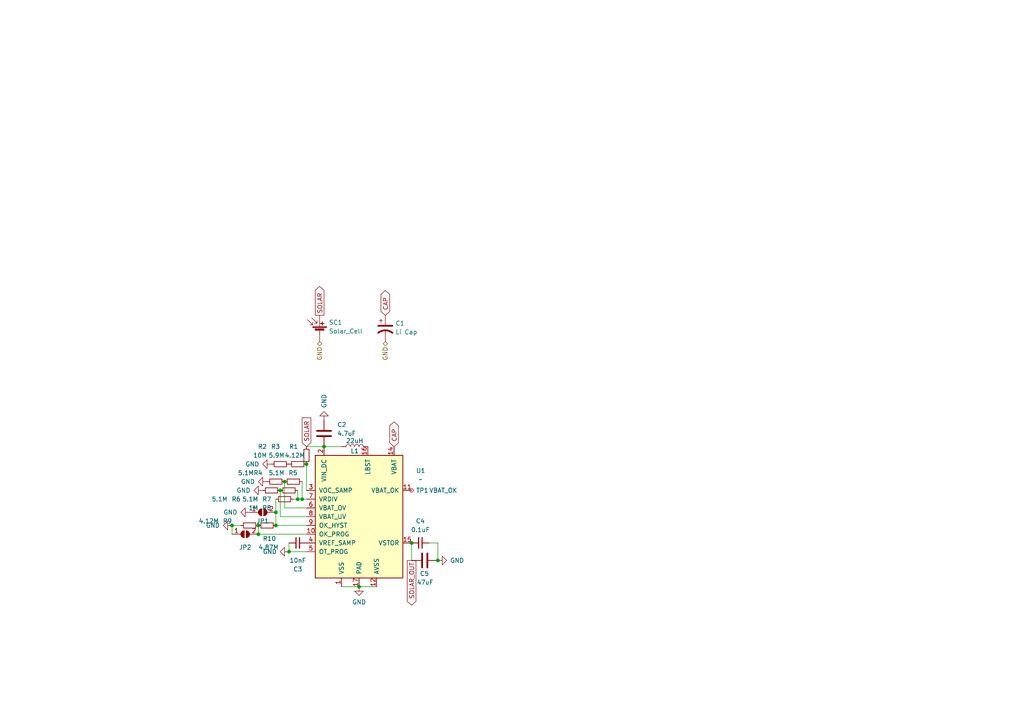
<source format=kicad_sch>
(kicad_sch (version 20211123) (generator eeschema)
  (paper "A4")
  (lib_symbols
    (symbol "Battery_Management:BQ25504" (pin_names (offset 1.016))
      (property "Reference" "U" (at -7.62 20.32 0))
      (property "Value" "BQ25504" (at -7.62 22.86 0))
      (symbol "BQ25504_0_1"
        (rectangle (start -12.7 17.78) (end 12.7 -17.78) (stroke (width 0.254)) (fill (type background)))
      )
      (symbol "BQ25504_1_1"
        (pin power_in line (at -5.08 -20.32 90) (length 2.54) (name "VSS") (number "1"))
        (pin input line (at -15.24 -5.08 0) (length 2.54) (name "OK_PROG") (number "10"))
        (pin output line (at 15.24 7.62 180) (length 2.54) (name "VBAT_OK") (number "11"))
        (pin power_in line (at 5.08 -20.32 90) (length 2.54) (name "AVSS") (number "12"))
        (pin passive line (at -5.08 -20.32 90) (length 2.54) hide (name "VSS") (number "13"))
        (pin power_out line (at 10.16 20.32 270) (length 2.54) (name "VBAT") (number "14"))
        (pin bidirectional line (at 15.24 -7.62 180) (length 2.54) (name "VSTOR") (number "15"))
        (pin bidirectional line (at 2.54 20.32 270) (length 2.54) (name "LBST") (number "16"))
        (pin passive line (at 0 -20.32 90) (length 2.54) (name "PAD") (number "17"))
        (pin power_in line (at -10.16 20.32 270) (length 2.54) (name "VIN_DC") (number "2"))
        (pin input line (at -15.24 7.62 0) (length 2.54) (name "VOC_SAMP") (number "3"))
        (pin bidirectional line (at -15.24 -7.62 0) (length 2.54) (name "VREF_SAMP") (number "4"))
        (pin input line (at -15.24 -10.16 0) (length 2.54) (name "OT_PROG") (number "5"))
        (pin input line (at -15.24 2.54 0) (length 2.54) (name "VBAT_OV") (number "6"))
        (pin output line (at -15.24 5.08 0) (length 2.54) (name "VRDIV") (number "7"))
        (pin input line (at -15.24 0 0) (length 2.54) (name "VBAT_UV") (number "8"))
        (pin input line (at -15.24 -2.54 0) (length 2.54) (name "OK_HYST") (number "9"))
      )
    )
    (symbol "Connector:TestPoint_Small" (pin_numbers hide) (pin_names (offset 0.762) hide)
      (property "Reference" "TP" (at 0 3.81 0))
      (property "Value" "TestPoint_Small" (at 0 2.032 0))
      (symbol "TestPoint_Small_0_1"
        (circle (center 0 0) (radius 0.508))
      )
      (symbol "TestPoint_Small_1_1"
        (pin passive line (at 0 0 90) (length 0) (name "1") (number "1"))
      )
    )
    (symbol "Device:C" (pin_numbers hide) (pin_names (offset 0.254))
      (property "Reference" "C" (at 0.635 2.54 0))
      (property "Value" "C" (at 0.635 -2.54 0))
      (symbol "C_0_1"
        (polyline (pts (xy -2.032 -0.762) (xy 2.032 -0.762)) (stroke (width 0.508)))
        (polyline (pts (xy -2.032 0.762) (xy 2.032 0.762)) (stroke (width 0.508)))
      )
      (symbol "C_1_1"
        (pin passive line (at 0 3.81 270) (length 2.794) (name "~") (number "1"))
        (pin passive line (at 0 -3.81 90) (length 2.794) (name "~") (number "2"))
      )
    )
    (symbol "Device:C_Polarized_US" (pin_numbers hide) (pin_names (offset 0.254) hide)
      (property "Reference" "C" (at 0.635 2.54 0))
      (property "Value" "C_Polarized_US" (at 0.635 -2.54 0))
      (symbol "C_Polarized_US_0_1"
        (polyline (pts (xy -2.032 0.762) (xy 2.032 0.762)) (stroke (width 0.508)))
        (polyline (pts (xy -1.778 2.286) (xy -0.762 2.286)))
        (polyline (pts (xy -1.27 1.778) (xy -1.27 2.794)))
        (arc (start 2.032 -1.27) (mid 0 -0.5572) (end -2.032 -1.27) (stroke (width 0.508)))
      )
      (symbol "C_Polarized_US_1_1"
        (pin passive line (at 0 3.81 270) (length 2.794) (name "~") (number "1"))
        (pin passive line (at 0 -3.81 90) (length 3.302) (name "~") (number "2"))
      )
    )
    (symbol "Device:C_Small" (pin_numbers hide) (pin_names (offset 0.254) hide)
      (property "Reference" "C" (at 0.254 1.778 0))
      (property "Value" "C_Small" (at 0.254 -2.032 0))
      (symbol "C_Small_0_1"
        (polyline (pts (xy -1.524 -0.508) (xy 1.524 -0.508)) (stroke (width 0.3302)))
        (polyline (pts (xy -1.524 0.508) (xy 1.524 0.508)) (stroke (width 0.3048)))
      )
      (symbol "C_Small_1_1"
        (pin passive line (at 0 2.54 270) (length 2.032) (name "~") (number "1"))
        (pin passive line (at 0 -2.54 90) (length 2.032) (name "~") (number "2"))
      )
    )
    (symbol "Device:L" (pin_numbers hide) (pin_names (offset 1.016) hide)
      (property "Reference" "L" (at -1.27 0 90))
      (property "Value" "L" (at 1.905 0 90))
      (symbol "L_0_1"
        (arc (start 0 -2.54) (mid 0.635 -1.905) (end 0 -1.27))
        (arc (start 0 -1.27) (mid 0.635 -0.635) (end 0 0))
        (arc (start 0 0) (mid 0.635 0.635) (end 0 1.27))
        (arc (start 0 1.27) (mid 0.635 1.905) (end 0 2.54))
      )
      (symbol "L_1_1"
        (pin passive line (at 0 3.81 270) (length 1.27) (name "1") (number "1"))
        (pin passive line (at 0 -3.81 90) (length 1.27) (name "2") (number "2"))
      )
    )
    (symbol "Device:R_Small" (pin_numbers hide) (pin_names (offset 0.254) hide)
      (property "Reference" "R" (at 0.762 0.508 0))
      (property "Value" "R_Small" (at 0.762 -1.016 0))
      (symbol "R_Small_0_1"
        (rectangle (start -0.762 1.778) (end 0.762 -1.778) (stroke (width 0.2032)))
      )
      (symbol "R_Small_1_1"
        (pin passive line (at 0 2.54 270) (length 0.762) (name "~") (number "1"))
        (pin passive line (at 0 -2.54 90) (length 0.762) (name "~") (number "2"))
      )
    )
    (symbol "Device:Solar_Cell" (pin_numbers hide) (pin_names (offset 0) hide)
      (property "Reference" "SC" (at 2.54 2.54 0))
      (property "Value" "Solar_Cell" (at 2.54 0 0))
      (symbol "Solar_Cell_0_1"
        (rectangle (start -2.032 1.778) (end 2.032 1.524) (fill (type outline)))
        (rectangle (start -1.3208 1.1938) (end 1.27 0.6858) (fill (type outline)))
        (polyline (pts (xy -2.032 2.286) (xy -3.556 3.81)))
        (polyline (pts (xy -0.762 2.794) (xy -2.286 4.318)))
        (polyline (pts (xy 0 0.762) (xy 0 0)))
        (polyline (pts (xy 0 1.778) (xy 0 2.54)))
        (polyline (pts (xy 0.254 2.667) (xy 1.27 2.667)) (stroke (width 0.254)))
        (polyline (pts (xy 0.762 3.175) (xy 0.762 2.159)) (stroke (width 0.254)))
        (polyline (pts (xy -2.032 3.048) (xy -2.032 2.286) (xy -2.794 2.286)))
        (polyline (pts (xy -0.762 3.556) (xy -0.762 2.794) (xy -1.524 2.794)))
      )
      (symbol "Solar_Cell_1_1"
        (pin passive line (at 0 5.08 270) (length 2.54) (name "+") (number "1"))
        (pin passive line (at 0 -2.54 90) (length 2.54) (name "-") (number "2"))
      )
    )
    (symbol "Jumper:SolderJumper_2_Open" (pin_names (offset 0) hide)
      (property "Reference" "JP" (at 0 2.032 0))
      (property "Value" "SolderJumper_2_Open" (at 0 -2.54 0))
      (symbol "SolderJumper_2_Open_0_1"
        (arc (start -0.254 1.016) (mid -1.27 0) (end -0.254 -1.016))
        (arc (start -0.254 1.016) (mid -1.27 0) (end -0.254 -1.016) (fill (type outline)))
        (polyline (pts (xy -0.254 1.016) (xy -0.254 -1.016)))
        (polyline (pts (xy 0.254 1.016) (xy 0.254 -1.016)))
        (arc (start 0.254 -1.016) (mid 1.27 0) (end 0.254 1.016))
        (arc (start 0.254 -1.016) (mid 1.27 0) (end 0.254 1.016) (fill (type outline)))
      )
      (symbol "SolderJumper_2_Open_1_1"
        (pin passive line (at -3.81 0 0) (length 2.54) (name "A") (number "1"))
        (pin passive line (at 3.81 0 180) (length 2.54) (name "B") (number "2"))
      )
    )
    (symbol "power:GND" (power) (pin_names (offset 0))
      (property "Value" "GND" (at 0 -3.81 0))
      (symbol "GND_0_1"
        (polyline (pts (xy 0 0) (xy 0 -1.27) (xy 1.27 -1.27) (xy 0 -2.54) (xy -1.27 -1.27) (xy 0 -1.27)))
      )
      (symbol "GND_1_1"
        (pin power_in line (at 0 0 270) (length 0) hide (name "GND") (number "1"))
      )
    )
  )
  (junction (at 83.82 160.02))
  (junction (at 82.55 139.7))
  (junction (at 81.28 142.24))
  (junction (at 87.63 144.78))
  (junction (at 119.38 157.48))
  (junction (at 104.14 170.18))
  (junction (at 74.93 152.4))
  (junction (at 74.93 154.94))
  (junction (at 127 162.56))
  (junction (at 86.36 144.78))
  (junction (at 80.01 148.59))
  (junction (at 93.98 129.54))
  (junction (at 67.31 152.4))
  (junction (at 88.9 134.62))
  (junction (at 80.01 152.4))
  (wire (pts (xy 87.63 144.78) (xy 88.9 144.78)))
  (wire (pts (xy 86.36 144.78) (xy 87.63 144.78)))
  (wire (pts (xy 80.01 148.59) (xy 80.01 152.4)))
  (wire (pts (xy 99.06 170.18) (xy 104.14 170.18)))
  (wire (pts (xy 82.55 139.7) (xy 82.55 147.32)))
  (wire (pts (xy 80.01 152.4) (xy 88.9 152.4)))
  (wire (pts (xy 83.82 160.02) (xy 88.9 160.02)))
  (wire (pts (xy 93.98 129.54) (xy 99.06 129.54)))
  (wire (pts (xy 119.38 157.48) (xy 119.38 162.56)))
  (wire (pts (xy 81.28 142.24) (xy 81.28 149.86)))
  (wire (pts (xy 127 157.48) (xy 127 162.56)))
  (wire (pts (xy 124.46 157.48) (xy 127 157.48)))
  (wire (pts (xy 87.63 139.7) (xy 87.63 144.78)))
  (wire (pts (xy 88.9 134.62) (xy 88.9 142.24)))
  (wire (pts (xy 85.09 144.78) (xy 86.36 144.78)))
  (wire (pts (xy 82.55 147.32) (xy 88.9 147.32)))
  (wire (pts (xy 88.9 154.94) (xy 74.93 154.94)))
  (wire (pts (xy 80.01 144.78) (xy 80.01 148.59)))
  (wire (pts (xy 86.36 142.24) (xy 86.36 144.78)))
  (wire (pts (xy 74.93 154.94) (xy 74.93 152.4)))
  (wire (pts (xy 67.31 154.94) (xy 67.31 152.4)))
  (wire (pts (xy 81.28 149.86) (xy 88.9 149.86)))
  (wire (pts (xy 93.98 129.54) (xy 88.9 129.54)))
  (wire (pts (xy 67.31 152.4) (xy 69.85 152.4)))
  (wire (pts (xy 83.82 157.48) (xy 83.82 160.02)))
  (wire (pts (xy 104.14 170.18) (xy 109.22 170.18)))
  (global_label "SOLAR" (shape output) (at 92.71 91.44 90) (property "Intersheet References" "${INTERSHEET_REFS}" (effects hide)))
  (global_label "SOLAR" (shape input) (at 88.9 129.54 90) (property "Intersheet References" "${INTERSHEET_REFS}" (effects hide)))
  (global_label "CAP" (shape bidirectional) (at 114.3 129.54 90) (property "Intersheet References" "${INTERSHEET_REFS}" (effects hide)))
  (global_label "SOLAR_OUT" (shape output) (at 119.38 162.56 270) (property "Intersheet References" "${INTERSHEET_REFS}" (effects hide)))
  (global_label "CAP" (shape bidirectional) (at 111.76 91.44 90) (property "Intersheet References" "${INTERSHEET_REFS}" (effects hide)))
  (hierarchical_label "GND" (shape bidirectional) (at 111.76 99.06 270))
  (hierarchical_label "GND" (shape bidirectional) (at 92.71 99.06 270))
  (symbol (lib_id "Device:R_Small") (at 78.74 142.24 90) (unit 1)
    (property "Reference" "R6" (at 69.85 144.78 90) (effects (justify left)))
    (property "Value" "5.1M" (at 66.04 144.78 90) (effects (justify left)))
    (property "Footprint" "Resistor_SMD:R_0603_1608Metric" (effects hide))
  )
  (symbol (lib_id "power:GND") (at 104.14 170.18 0) (unit 1)
    (property "Reference" "#PWR09" (effects hide))
    (property "Value" "GND" (at 104.14 174.6234 0))
  )
  (symbol (lib_id "Device:R_Small") (at 81.28 134.62 90) (unit 1)
    (property "Reference" "R2" (at 77.47 129.54 90) (effects (justify left)))
    (property "Value" "10M" (at 77.47 132.08 90) (effects (justify left)))
    (property "Footprint" "Resistor_SMD:R_0603_1608Metric" (effects hide))
  )
  (symbol (lib_id "power:GND") (at 72.39 148.59 270) (unit 1)
    (property "Reference" "#PWR05" (effects hide))
    (property "Value" "GND" (at 64.77 148.59 90) (effects (justify left)))
  )
  (symbol (lib_id "power:GND") (at 127 162.56 90) (unit 1)
    (property "Reference" "#PWR08" (effects hide))
    (property "Value" "GND" (at 134.62 162.56 90) (effects (justify left)))
  )
  (symbol (lib_id "power:GND") (at 83.82 160.02 270) (unit 1)
    (property "Reference" "#PWR07" (effects hide))
    (property "Value" "GND" (at 76.2 160.02 90) (effects (justify left)))
  )
  (symbol (lib_id "Device:R_Small") (at 77.47 152.4 270) (unit 1)
    (property "Reference" "R10" (at 76.2 156.21 90) (effects (justify left)))
    (property "Value" "4.87M" (at 74.93 158.75 90) (effects (justify left)))
    (property "Footprint" "Resistor_SMD:R_0603_1608Metric" (effects hide))
  )
  (symbol (lib_id "Device:C") (at 123.19 162.56 90) (unit 1)
    (property "Reference" "C5" (at 124.46 166.37 90) (effects (justify left)))
    (property "Value" "47uF" (at 125.73 168.91 90) (effects (justify left)))
    (property "Footprint" "Capacitor_SMD:C_0805_2012Metric" (effects hide))
  )
  (symbol (lib_id "Device:C_Polarized_US") (at 111.76 95.25 0) (unit 1)
    (property "Reference" "C1" (at 114.681 93.7803 0) (effects (justify left)))
    (property "Value" "Li Cap" (at 114.681 96.3172 0) (effects (justify left)))
    (property "Footprint" "Capacitor_THT:CP_Radial_D13.0mm_P5.00mm" (effects hide))
  )
  (symbol (lib_id "Device:C_Small") (at 86.36 157.48 90) (unit 1)
    (property "Reference" "C3" (at 86.36 165.1 90))
    (property "Value" "10nF" (at 86.36 162.56 90))
    (property "Footprint" "Capacitor_SMD:C_0603_1608Metric" (effects hide))
  )
  (symbol (lib_id "Jumper:SolderJumper_2_Open") (at 71.12 154.94 0) (unit 1)
    (property "Reference" "JP2" (at 71.12 158.75 0))
    (property "Value" "SolderJumper_2_Open" (effects hide))
    (property "Footprint" "Jumper:SolderJumper-2_P1.3mm_Open_RoundedPad1.0x1.5mm" (effects hide))
  )
  (symbol (lib_id "power:GND") (at 76.2 142.24 270) (unit 1)
    (property "Reference" "#PWR04" (effects hide))
    (property "Value" "GND" (at 68.58 142.24 90) (effects (justify left)))
  )
  (symbol (lib_id "Device:R_Small") (at 80.01 139.7 90) (unit 1)
    (property "Reference" "R4" (at 76.2 137.16 90) (effects (justify left)))
    (property "Value" "5.1M" (at 73.66 137.16 90) (effects (justify left)))
    (property "Footprint" "Resistor_SMD:R_0603_1608Metric" (effects hide))
  )
  (symbol (lib_id "Device:L") (at 102.87 129.54 90) (unit 1)
    (property "Reference" "L1" (at 102.87 130.81 90))
    (property "Value" "22uH" (at 102.87 127.8691 90))
    (property "Footprint" "Inductor_SMD:L_Wuerth_WE-TPC-3816" (effects hide))
  )
  (symbol (lib_id "Device:R_Small") (at 72.39 152.4 90) (unit 1)
    (property "Reference" "R9" (at 67.31 151.13 90) (effects (justify left)))
    (property "Value" "4.12M" (at 63.5 151.13 90) (effects (justify left)))
    (property "Footprint" "Resistor_SMD:R_0603_1608Metric" (effects hide))
  )
  (symbol (lib_id "Device:R_Small") (at 83.82 142.24 90) (unit 1)
    (property "Reference" "R7" (at 78.74 144.78 90) (effects (justify left)))
    (property "Value" "5.1M" (at 74.93 144.78 90) (effects (justify left)))
    (property "Footprint" "Resistor_SMD:R_0603_1608Metric" (effects hide))
  )
  (symbol (lib_id "Device:C_Small") (at 121.92 157.48 270) (unit 1)
    (property "Reference" "C4" (at 121.92 151.13 90))
    (property "Value" "0.1uF" (at 121.92 153.67 90))
    (property "Footprint" "Capacitor_SMD:C_0603_1608Metric" (effects hide))
  )
  (symbol (lib_id "Battery_Management:BQ25504") (at 104.14 149.86 0) (unit 1)
    (property "Reference" "U1" (at 122.0054 136.5335 0))
    (property "Value" "~" (at 122.0054 139.0704 0))
    (property "Footprint" "Package_DFN_QFN:QFN-16-1EP_3x3mm_P0.5mm_EP1.7x1.7mm" (effects hide))
    (property "Datasheet" "http://www.ti.com/lit/ds/symlink/bq25504.pdf" (effects hide))
  )
  (symbol (lib_id "Device:R_Small") (at 88.9 132.08 0) (unit 1)
    (property "Reference" "R1" (at 83.82 129.54 0) (effects (justify left)))
    (property "Value" "4.12M" (at 82.55 132.08 0) (effects (justify left)))
    (property "Footprint" "Resistor_SMD:R_0603_1608Metric" (effects hide))
  )
  (symbol (lib_id "power:GND") (at 67.31 152.4 270) (unit 1)
    (property "Reference" "#PWR06" (effects hide))
    (property "Value" "GND" (at 59.69 152.4 90) (effects (justify left)))
  )
  (symbol (lib_id "Device:R_Small") (at 85.09 139.7 90) (unit 1)
    (property "Reference" "R5" (at 86.36 137.16 90) (effects (justify left)))
    (property "Value" "5.1M" (at 82.55 137.16 90) (effects (justify left)))
    (property "Footprint" "Resistor_SMD:R_0603_1608Metric" (effects hide))
  )
  (symbol (lib_id "Jumper:SolderJumper_2_Open") (at 76.2 148.59 0) (unit 1)
    (property "Reference" "JP1" (at 76.2 151.13 0))
    (property "Footprint" "Jumper:SolderJumper-2_P1.3mm_Open_RoundedPad1.0x1.5mm" (effects hide))
  )
  (symbol (lib_id "Device:C") (at 93.98 125.73 0) (unit 1)
    (property "Reference" "C2" (at 97.79 123.19 0) (effects (justify left)))
    (property "Value" "4.7uF" (at 97.79 125.73 0) (effects (justify left)))
    (property "Footprint" "Capacitor_SMD:C_0603_1608Metric" (effects hide))
  )
  (symbol (lib_id "power:GND") (at 93.98 121.92 180) (unit 1)
    (property "Reference" "#PWR01" (effects hide))
    (property "Value" "GND" (at 93.98 114.3 90) (effects (justify left)))
  )
  (symbol (lib_id "Device:Solar_Cell") (at 92.71 96.52 0) (unit 1)
    (property "Reference" "SC1" (at 95.377 93.5263 0) (effects (justify left)))
    (property "Value" "Solar_Cell" (at 95.377 96.0632 0) (effects (justify left)))
    (property "Footprint" "misc:KXOB25-05X3F" (effects hide))
  )
  (symbol (lib_id "Device:R_Small") (at 86.36 134.62 90) (unit 1)
    (property "Reference" "R3" (at 81.28 129.54 90) (effects (justify left)))
    (property "Value" "5.9M" (at 82.55 132.08 90) (effects (justify left)))
    (property "Footprint" "Resistor_SMD:R_0603_1608Metric" (effects hide))
  )
  (symbol (lib_id "Device:R_Small") (at 82.55 144.78 90) (unit 1)
    (property "Reference" "R8" (at 78.74 147.32 90) (effects (justify left)))
    (property "Value" "1M" (at 74.93 147.32 90) (effects (justify left)))
    (property "Footprint" "Resistor_SMD:R_0603_1608Metric" (effects hide))
  )
  (symbol (lib_id "power:GND") (at 78.74 134.62 270) (unit 1)
    (property "Reference" "#PWR02" (effects hide))
    (property "Value" "GND" (at 71.12 134.62 90) (effects (justify left)))
  )
  (symbol (lib_id "Connector:TestPoint_Small") (at 119.38 142.24 0) (unit 1)
    (property "Reference" "TP1" (at 120.65 142.24 0) (effects (justify left)))
    (property "Value" "VBAT_OK" (at 124.46 142.24 0) (effects (justify left)))
    (property "Footprint" "TestPoint:TestPoint_THTPad_D1.0mm_Drill0.5mm" (effects hide))
  )
  (symbol (lib_id "power:GND") (at 77.47 139.7 270) (unit 1)
    (property "Reference" "#PWR03" (effects hide))
    (property "Value" "GND" (at 69.85 139.7 90) (effects (justify left)))
  )
)
</source>
